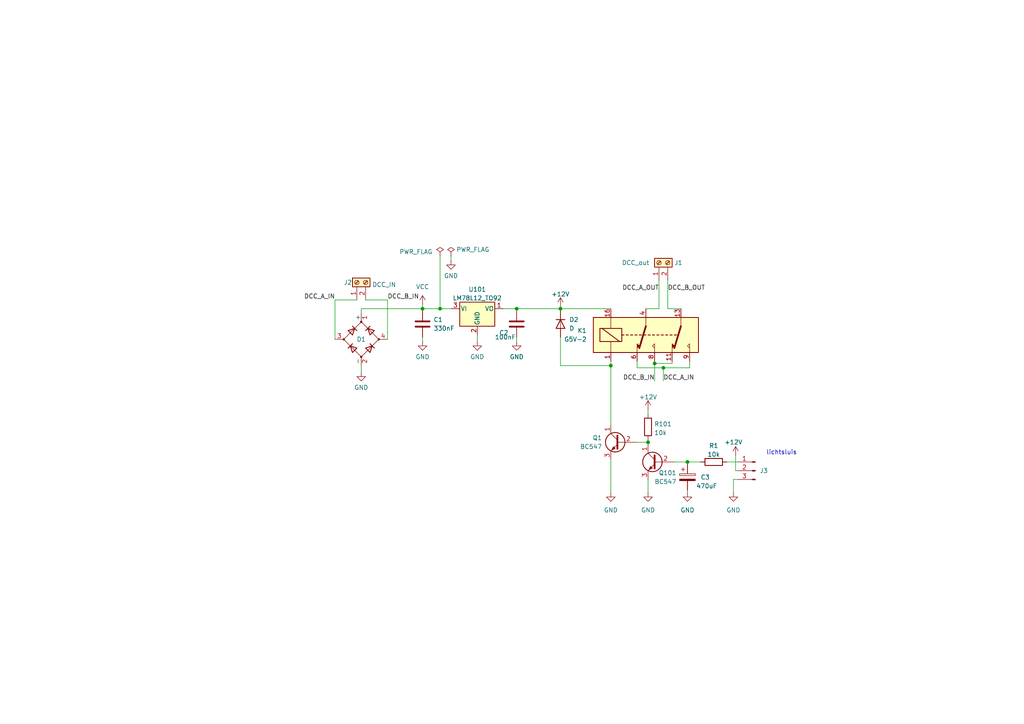
<source format=kicad_sch>
(kicad_sch (version 20230121) (generator eeschema)
  (paper "A4")
  (lib_symbols
    (symbol "Connector:Conn_01x03_Male" (pin_names (offset 1.016) hide)
      (property "Reference" "J" (at 0 5.08 0))
      (property "Value" "Conn_01x03_Male" (at 0 -5.08 0))
      (symbol "Conn_01x03_Male_1_1"
        (polyline (pts (xy 1.27 -2.54) (xy 0.8636 -2.54)) (stroke (width 0.1524)))
        (polyline (pts (xy 1.27 0) (xy 0.8636 0)) (stroke (width 0.1524)))
        (polyline (pts (xy 1.27 2.54) (xy 0.8636 2.54)) (stroke (width 0.1524)))
        (rectangle (start 0.8636 -2.413) (end 0 -2.667) (stroke (width 0.1524)) (fill (type outline)))
        (rectangle (start 0.8636 0.127) (end 0 -0.127) (stroke (width 0.1524)) (fill (type outline)))
        (rectangle (start 0.8636 2.667) (end 0 2.413) (stroke (width 0.1524)) (fill (type outline)))
        (pin passive line (at 5.08 2.54 180) (length 3.81) (name "Pin_1") (number "1"))
        (pin passive line (at 5.08 0 180) (length 3.81) (name "Pin_2") (number "2"))
        (pin passive line (at 5.08 -2.54 180) (length 3.81) (name "Pin_3") (number "3"))
      )
    )
    (symbol "Connector:Screw_Terminal_01x02" (pin_names (offset 1.016) hide)
      (property "Reference" "J" (at 0 2.54 0))
      (property "Value" "Screw_Terminal_01x02" (at 0 -5.08 0))
      (symbol "Screw_Terminal_01x02_1_1"
        (rectangle (start -1.27 1.27) (end 1.27 -3.81) (stroke (width 0.254)) (fill (type background)))
        (circle (center 0 -2.54) (radius 0.635) (stroke (width 0.1524)))
        (polyline (pts (xy -0.5334 -2.2098) (xy 0.3302 -3.048)) (stroke (width 0.1524)))
        (polyline (pts (xy -0.5334 0.3302) (xy 0.3302 -0.508)) (stroke (width 0.1524)))
        (polyline (pts (xy -0.3556 -2.032) (xy 0.508 -2.8702)) (stroke (width 0.1524)))
        (polyline (pts (xy -0.3556 0.508) (xy 0.508 -0.3302)) (stroke (width 0.1524)))
        (circle (center 0 0) (radius 0.635) (stroke (width 0.1524)))
        (pin passive line (at -5.08 0 0) (length 3.81) (name "Pin_1") (number "1"))
        (pin passive line (at -5.08 -2.54 0) (length 3.81) (name "Pin_2") (number "2"))
      )
    )
    (symbol "Device:C" (pin_numbers hide) (pin_names (offset 0.254))
      (property "Reference" "C" (at 0.635 2.54 0))
      (property "Value" "C" (at 0.635 -2.54 0))
      (symbol "C_0_1"
        (polyline (pts (xy -2.032 -0.762) (xy 2.032 -0.762)) (stroke (width 0.508)))
        (polyline (pts (xy -2.032 0.762) (xy 2.032 0.762)) (stroke (width 0.508)))
      )
      (symbol "C_1_1"
        (pin passive line (at 0 3.81 270) (length 2.794) (name "~") (number "1"))
        (pin passive line (at 0 -3.81 90) (length 2.794) (name "~") (number "2"))
      )
    )
    (symbol "Device:C_Polarized" (pin_numbers hide) (pin_names (offset 0.254))
      (property "Reference" "C" (at 0.635 2.54 0))
      (property "Value" "C_Polarized" (at 0.635 -2.54 0))
      (symbol "C_Polarized_0_1"
        (rectangle (start -2.286 0.508) (end 2.286 1.016))
        (polyline (pts (xy -1.778 2.286) (xy -0.762 2.286)))
        (polyline (pts (xy -1.27 2.794) (xy -1.27 1.778)))
        (rectangle (start 2.286 -0.508) (end -2.286 -1.016) (fill (type outline)))
      )
      (symbol "C_Polarized_1_1"
        (pin passive line (at 0 3.81 270) (length 2.794) (name "~") (number "1"))
        (pin passive line (at 0 -3.81 90) (length 2.794) (name "~") (number "2"))
      )
    )
    (symbol "Device:D" (pin_numbers hide) (pin_names (offset 1.016) hide)
      (property "Reference" "D" (at 0 2.54 0))
      (property "Value" "D" (at 0 -2.54 0))
      (symbol "D_0_1"
        (polyline (pts (xy -1.27 1.27) (xy -1.27 -1.27)) (stroke (width 0.254)))
        (polyline (pts (xy 1.27 0) (xy -1.27 0)))
        (polyline (pts (xy 1.27 1.27) (xy 1.27 -1.27) (xy -1.27 0) (xy 1.27 1.27)) (stroke (width 0.254)))
      )
      (symbol "D_1_1"
        (pin passive line (at -3.81 0 0) (length 2.54) (name "K") (number "1"))
        (pin passive line (at 3.81 0 180) (length 2.54) (name "A") (number "2"))
      )
    )
    (symbol "Device:D_Bridge_+-AA" (pin_names (offset 0))
      (property "Reference" "D" (at 2.54 6.985 0))
      (property "Value" "D_Bridge_+-AA" (at 2.54 5.08 0))
      (symbol "D_Bridge_+-AA_0_1"
        (circle (center -5.08 0) (radius 0.254) (fill (type outline)))
        (circle (center 0 -5.08) (radius 0.254) (fill (type outline)))
        (polyline (pts (xy -2.54 3.81) (xy -1.27 2.54)) (stroke (width 0.254)))
        (polyline (pts (xy -1.27 -2.54) (xy -2.54 -3.81)) (stroke (width 0.254)))
        (polyline (pts (xy 2.54 -1.27) (xy 3.81 -2.54)) (stroke (width 0.254)))
        (polyline (pts (xy 2.54 1.27) (xy 3.81 2.54)) (stroke (width 0.254)))
        (polyline (pts (xy -3.81 2.54) (xy -2.54 1.27) (xy -1.905 3.175) (xy -3.81 2.54)) (stroke (width 0.254)))
        (polyline (pts (xy -2.54 -1.27) (xy -3.81 -2.54) (xy -1.905 -3.175) (xy -2.54 -1.27)) (stroke (width 0.254)))
        (polyline (pts (xy 1.27 2.54) (xy 2.54 3.81) (xy 3.175 1.905) (xy 1.27 2.54)) (stroke (width 0.254)))
        (polyline (pts (xy 3.175 -1.905) (xy 1.27 -2.54) (xy 2.54 -3.81) (xy 3.175 -1.905)) (stroke (width 0.254)))
        (polyline (pts (xy -5.08 0) (xy 0 -5.08) (xy 5.08 0) (xy 0 5.08) (xy -5.08 0)))
        (circle (center 0 5.08) (radius 0.254) (fill (type outline)))
        (circle (center 5.08 0) (radius 0.254) (fill (type outline)))
      )
      (symbol "D_Bridge_+-AA_1_1"
        (pin passive line (at 7.62 0 180) (length 2.54) (name "+") (number "1"))
        (pin passive line (at -7.62 0 0) (length 2.54) (name "-") (number "2"))
        (pin passive line (at 0 7.62 270) (length 2.54) (name "~") (number "3"))
        (pin passive line (at 0 -7.62 90) (length 2.54) (name "~") (number "4"))
      )
    )
    (symbol "Device:R" (pin_numbers hide) (pin_names (offset 0))
      (property "Reference" "R" (at 2.032 0 90))
      (property "Value" "R" (at 0 0 90))
      (symbol "R_0_1"
        (rectangle (start -1.016 -2.54) (end 1.016 2.54) (stroke (width 0.254)))
      )
      (symbol "R_1_1"
        (pin passive line (at 0 3.81 270) (length 1.27) (name "~") (number "1"))
        (pin passive line (at 0 -3.81 90) (length 1.27) (name "~") (number "2"))
      )
    )
    (symbol "Regulator_Linear:LM78L12_TO92" (pin_names (offset 0.254))
      (property "Reference" "U" (at -3.81 3.175 0))
      (property "Value" "LM78L12_TO92" (at 0 3.175 0))
      (symbol "LM78L12_TO92_0_1"
        (rectangle (start -5.08 -5.08) (end 5.08 1.905) (stroke (width 0.254)) (fill (type background)))
      )
      (symbol "LM78L12_TO92_1_1"
        (pin power_out line (at 7.62 0 180) (length 2.54) (name "VO") (number "1"))
        (pin power_in line (at 0 -7.62 90) (length 2.54) (name "GND") (number "2"))
        (pin power_in line (at -7.62 0 0) (length 2.54) (name "VI") (number "3"))
      )
    )
    (symbol "Relay:G5V-2"
      (property "Reference" "K" (at 16.51 3.81 0))
      (property "Value" "G5V-2" (at 16.51 1.27 0))
      (symbol "G5V-2_0_1"
        (rectangle (start -15.24 5.08) (end 15.24 -5.08) (stroke (width 0.254)) (fill (type background)))
        (rectangle (start -13.335 1.905) (end -6.985 -1.905) (stroke (width 0.254)))
        (polyline (pts (xy -12.7 -1.905) (xy -7.62 1.905)) (stroke (width 0.254)))
        (polyline (pts (xy -10.16 -5.08) (xy -10.16 -1.905)))
        (polyline (pts (xy -10.16 5.08) (xy -10.16 1.905)))
        (polyline (pts (xy -6.985 0) (xy -6.35 0)) (stroke (width 0.254)))
        (polyline (pts (xy -5.715 0) (xy -5.08 0)) (stroke (width 0.254)))
        (polyline (pts (xy -4.445 0) (xy -3.81 0)) (stroke (width 0.254)))
        (polyline (pts (xy -3.175 0) (xy -2.54 0)) (stroke (width 0.254)))
        (polyline (pts (xy -1.905 0) (xy -1.27 0)) (stroke (width 0.254)))
        (polyline (pts (xy -0.635 0) (xy 0 0)) (stroke (width 0.254)))
        (polyline (pts (xy 0 -2.54) (xy -1.905 3.81)) (stroke (width 0.508)))
        (polyline (pts (xy 0 -2.54) (xy 0 -5.08)))
        (polyline (pts (xy 0.635 0) (xy 1.27 0)) (stroke (width 0.254)))
        (polyline (pts (xy 1.905 0) (xy 2.54 0)) (stroke (width 0.254)))
        (polyline (pts (xy 3.175 0) (xy 3.81 0)) (stroke (width 0.254)))
        (polyline (pts (xy 4.445 0) (xy 5.08 0)) (stroke (width 0.254)))
        (polyline (pts (xy 5.715 0) (xy 6.35 0)) (stroke (width 0.254)))
        (polyline (pts (xy 6.985 0) (xy 7.62 0)) (stroke (width 0.254)))
        (polyline (pts (xy 8.255 0) (xy 8.89 0)) (stroke (width 0.254)))
        (polyline (pts (xy 10.16 -2.54) (xy 8.255 3.81)) (stroke (width 0.508)))
        (polyline (pts (xy 10.16 -2.54) (xy 10.16 -5.08)))
        (polyline (pts (xy -2.54 5.08) (xy -2.54 2.54) (xy -1.905 3.175) (xy -2.54 3.81)) (fill (type outline)))
        (polyline (pts (xy 2.54 5.08) (xy 2.54 2.54) (xy 1.905 3.175) (xy 2.54 3.81)))
        (polyline (pts (xy 7.62 5.08) (xy 7.62 2.54) (xy 8.255 3.175) (xy 7.62 3.81)) (fill (type outline)))
        (polyline (pts (xy 12.7 5.08) (xy 12.7 2.54) (xy 12.065 3.175) (xy 12.7 3.81)))
      )
      (symbol "G5V-2_1_1"
        (pin passive line (at -10.16 7.62 270) (length 2.54) (name "~") (number "1"))
        (pin passive line (at 7.62 7.62 270) (length 2.54) (name "~") (number "11"))
        (pin passive line (at 10.16 -7.62 90) (length 2.54) (name "~") (number "13"))
        (pin passive line (at -10.16 -7.62 90) (length 2.54) (name "~") (number "16"))
        (pin passive line (at 0 -7.62 90) (length 2.54) (name "~") (number "4"))
        (pin passive line (at -2.54 7.62 270) (length 2.54) (name "~") (number "6"))
        (pin passive line (at 2.54 7.62 270) (length 2.54) (name "~") (number "8"))
        (pin passive line (at 12.7 7.62 270) (length 2.54) (name "~") (number "9"))
      )
    )
    (symbol "Transistor_BJT:BC547" (pin_names (offset 0) hide)
      (property "Reference" "Q" (at 5.08 1.905 0))
      (property "Value" "BC547" (at 5.08 0 0))
      (symbol "BC547_0_1"
        (polyline (pts (xy 0 0) (xy 0.635 0)))
        (polyline (pts (xy 0.635 0.635) (xy 2.54 2.54)))
        (polyline (pts (xy 0.635 -0.635) (xy 2.54 -2.54) (xy 2.54 -2.54)))
        (polyline (pts (xy 0.635 1.905) (xy 0.635 -1.905) (xy 0.635 -1.905)) (stroke (width 0.508)))
        (polyline (pts (xy 1.27 -1.778) (xy 1.778 -1.27) (xy 2.286 -2.286) (xy 1.27 -1.778) (xy 1.27 -1.778)) (fill (type outline)))
        (circle (center 1.27 0) (radius 2.8194) (stroke (width 0.254)))
      )
      (symbol "BC547_1_1"
        (pin passive line (at 2.54 5.08 270) (length 2.54) (name "C") (number "1"))
        (pin input line (at -5.08 0 0) (length 5.08) (name "B") (number "2"))
        (pin passive line (at 2.54 -5.08 90) (length 2.54) (name "E") (number "3"))
      )
    )
    (symbol "power:+12V" (power) (pin_names (offset 0))
      (property "Value" "+12V" (at 0 3.556 0))
      (symbol "+12V_0_1"
        (polyline (pts (xy -0.762 1.27) (xy 0 2.54)))
        (polyline (pts (xy 0 0) (xy 0 2.54)))
        (polyline (pts (xy 0 2.54) (xy 0.762 1.27)))
      )
      (symbol "+12V_1_1"
        (pin power_in line (at 0 0 90) (length 0) hide (name "+12V") (number "1"))
      )
    )
    (symbol "power:GND" (power) (pin_names (offset 0))
      (property "Value" "GND" (at 0 -3.81 0))
      (symbol "GND_0_1"
        (polyline (pts (xy 0 0) (xy 0 -1.27) (xy 1.27 -1.27) (xy 0 -2.54) (xy -1.27 -1.27) (xy 0 -1.27)))
      )
      (symbol "GND_1_1"
        (pin power_in line (at 0 0 270) (length 0) hide (name "GND") (number "1"))
      )
    )
    (symbol "power:PWR_FLAG" (power) (pin_numbers hide) (pin_names (offset 0) hide)
      (property "Value" "PWR_FLAG" (at 0 3.81 0))
      (symbol "PWR_FLAG_0_0"
        (pin power_out line (at 0 0 90) (length 0) (name "pwr") (number "1"))
      )
      (symbol "PWR_FLAG_0_1"
        (polyline (pts (xy 0 0) (xy 0 1.27) (xy -1.016 1.905) (xy 0 2.54) (xy 1.016 1.905) (xy 0 1.27)))
      )
    )
    (symbol "power:VCC" (power) (pin_names (offset 0))
      (property "Value" "VCC" (at 0 3.81 0))
      (symbol "VCC_0_1"
        (polyline (pts (xy -0.762 1.27) (xy 0 2.54)))
        (polyline (pts (xy 0 0) (xy 0 2.54)))
        (polyline (pts (xy 0 2.54) (xy 0.762 1.27)))
      )
      (symbol "VCC_1_1"
        (pin power_in line (at 0 0 90) (length 0) hide (name "VCC") (number "1"))
      )
    )
  )
  (junction (at 122.555 89.535))
  (junction (at 127.635 89.535))
  (junction (at 162.56 89.535))
  (junction (at 177.165 106.045))
  (junction (at 187.96 128.27))
  (junction (at 192.405 106.68))
  (junction (at 199.39 133.985))
  (junction (at 149.86 89.535))
  (junction (at 189.865 105.41))
  (wire (pts (xy 112.395 86.995) (xy 112.395 98.425)))
  (wire (pts (xy 187.96 127.635) (xy 187.96 128.27)))
  (wire (pts (xy 162.56 89.535) (xy 177.165 89.535)))
  (wire (pts (xy 162.56 90.17) (xy 162.56 89.535)))
  (wire (pts (xy 122.555 88.265) (xy 122.555 89.535)))
  (wire (pts (xy 177.165 133.35) (xy 177.165 142.875)))
  (wire (pts (xy 210.82 133.985) (xy 213.995 133.985)))
  (wire (pts (xy 106.045 86.995) (xy 112.395 86.995)))
  (wire (pts (xy 189.865 105.41) (xy 194.945 105.41)))
  (wire (pts (xy 177.165 104.775) (xy 177.165 106.045)))
  (wire (pts (xy 203.2 133.985) (xy 199.39 133.985)))
  (wire (pts (xy 212.725 139.065) (xy 213.995 139.065)))
  (wire (pts (xy 189.865 105.41) (xy 189.865 110.49)))
  (wire (pts (xy 194.945 104.775) (xy 194.945 105.41)))
  (wire (pts (xy 184.785 106.68) (xy 184.785 104.775)))
  (wire (pts (xy 177.165 106.045) (xy 177.165 123.19)))
  (wire (pts (xy 187.325 89.535) (xy 191.135 89.535)))
  (wire (pts (xy 189.865 104.775) (xy 189.865 105.41)))
  (wire (pts (xy 162.56 106.045) (xy 177.165 106.045)))
  (wire (pts (xy 200.025 104.775) (xy 200.025 106.68)))
  (wire (pts (xy 192.405 106.68) (xy 192.405 110.49)))
  (wire (pts (xy 130.81 74.295) (xy 130.81 75.565)))
  (wire (pts (xy 213.36 136.525) (xy 213.995 136.525)))
  (wire (pts (xy 122.555 90.17) (xy 122.555 89.535)))
  (wire (pts (xy 199.39 133.985) (xy 195.58 133.985)))
  (wire (pts (xy 187.96 142.875) (xy 187.96 139.065)))
  (wire (pts (xy 162.56 97.79) (xy 162.56 106.045)))
  (wire (pts (xy 138.43 97.155) (xy 138.43 99.06)))
  (wire (pts (xy 127.635 74.295) (xy 127.635 89.535)))
  (wire (pts (xy 104.775 106.045) (xy 104.775 107.95)))
  (wire (pts (xy 149.86 97.79) (xy 149.86 99.06)))
  (wire (pts (xy 187.96 118.745) (xy 187.96 120.015)))
  (wire (pts (xy 103.505 86.995) (xy 97.155 86.995)))
  (wire (pts (xy 192.405 106.68) (xy 184.785 106.68)))
  (wire (pts (xy 199.39 142.24) (xy 199.39 142.875)))
  (wire (pts (xy 193.675 89.535) (xy 197.485 89.535)))
  (wire (pts (xy 97.155 86.995) (xy 97.155 98.425)))
  (wire (pts (xy 146.05 89.535) (xy 149.86 89.535)))
  (wire (pts (xy 191.135 81.28) (xy 191.135 89.535)))
  (wire (pts (xy 104.775 89.535) (xy 104.775 90.805)))
  (wire (pts (xy 122.555 89.535) (xy 127.635 89.535)))
  (wire (pts (xy 187.96 128.27) (xy 187.96 128.905)))
  (wire (pts (xy 162.56 88.9) (xy 162.56 89.535)))
  (wire (pts (xy 199.39 133.985) (xy 199.39 134.62)))
  (wire (pts (xy 212.725 139.065) (xy 212.725 142.875)))
  (wire (pts (xy 193.675 81.28) (xy 193.675 89.535)))
  (wire (pts (xy 200.025 106.68) (xy 192.405 106.68)))
  (wire (pts (xy 184.785 128.27) (xy 187.96 128.27)))
  (wire (pts (xy 122.555 97.79) (xy 122.555 99.06)))
  (wire (pts (xy 127.635 89.535) (xy 130.81 89.535)))
  (wire (pts (xy 149.86 89.535) (xy 162.56 89.535)))
  (wire (pts (xy 213.36 132.08) (xy 213.36 136.525)))
  (wire (pts (xy 104.775 89.535) (xy 122.555 89.535)))
  (wire (pts (xy 149.86 90.17) (xy 149.86 89.535)))
  (text "lichtsluis" (at 222.25 132.08 0) (effects (font (size 1.27 1.27)) (justify left bottom)))
  (label "DCC_B_IN" (at 189.865 110.49 180))
  (label "DCC_B_OUT" (at 193.675 84.455 0))
  (label "DCC_A_IN" (at 192.405 110.49 0))
  (label "DCC_A_IN" (at 97.155 86.995 180))
  (label "DCC_B_IN" (at 112.395 86.995 0))
  (label "DCC_A_OUT" (at 191.135 84.455 180))
  (symbol (lib_id "Regulator_Linear:LM78L12_TO92") (at 138.43 89.535 0) (unit 1)
    (property "Reference" "U101" (at 138.43 83.9302 0))
    (property "Value" "LM78L12_TO92" (at 138.43 86.4671 0))
    (property "Footprint" "Package_TO_SOT_THT:TO-92_Inline_Wide" (effects hide))
    (property "Datasheet" "https://www.onsemi.com/pub/Collateral/MC78L06A-D.pdf" (effects hide))
  )
  (symbol (lib_id "power:GND") (at 122.555 99.06 0) (unit 1)
    (property "Reference" "#PWR0109" (effects hide))
    (property "Value" "GND" (at 122.555 103.505 0))
  )
  (symbol (lib_id "power:PWR_FLAG") (at 127.635 74.295 0) (unit 1)
    (property "Reference" "#FLG0101" (effects hide))
    (property "Value" "PWR_FLAG" (at 120.65 73.025 0))
  )
  (symbol (lib_id "power:GND") (at 177.165 142.875 0) (unit 1)
    (property "Reference" "#PWR0101" (effects hide))
    (property "Value" "GND" (at 177.165 147.955 0))
  )
  (symbol (lib_id "power:GND") (at 187.96 142.875 0) (unit 1)
    (property "Reference" "#PWR0104" (effects hide))
    (property "Value" "GND" (at 187.96 147.955 0))
  )
  (symbol (lib_id "power:+12V") (at 162.56 88.9 0) (unit 1)
    (property "Reference" "#PWR0113" (effects hide))
    (property "Value" "+12V" (at 162.56 85.3242 0))
  )
  (symbol (lib_id "power:+12V") (at 213.36 132.08 0) (unit 1)
    (property "Reference" "#PWR0103" (effects hide))
    (property "Value" "+12V" (at 212.725 128.27 0))
  )
  (symbol (lib_id "Device:C") (at 122.555 93.98 0) (unit 1)
    (property "Reference" "C1" (at 125.73 92.7099 0) (effects (justify left)))
    (property "Value" "330nF" (at 125.73 95.2499 0) (effects (justify left)))
    (property "Footprint" "Capacitor_THT:C_Disc_D3.0mm_W2.0mm_P2.50mm" (effects hide))
  )
  (symbol (lib_id "Device:R") (at 187.96 123.825 180) (unit 1)
    (property "Reference" "R101" (at 189.738 122.9903 0) (effects (justify right)))
    (property "Value" "10k" (at 189.738 125.5272 0) (effects (justify right)))
    (property "Footprint" "Resistor_THT:R_Axial_DIN0207_L6.3mm_D2.5mm_P7.62mm_Horizontal" (effects hide))
  )
  (symbol (lib_id "power:GND") (at 138.43 99.06 0) (unit 1)
    (property "Reference" "#PWR0107" (effects hide))
    (property "Value" "GND" (at 138.43 103.505 0))
  )
  (symbol (lib_id "power:GND") (at 149.86 99.06 0) (unit 1)
    (property "Reference" "#PWR0106" (effects hide))
    (property "Value" "GND" (at 149.86 103.505 0))
  )
  (symbol (lib_id "Relay:G5V-2") (at 187.325 97.155 0) (mirror x) (unit 1)
    (property "Reference" "K1" (at 170.18 95.8849 0) (effects (justify right)))
    (property "Value" "G5V-2" (at 170.18 98.4249 0) (effects (justify right)))
    (property "Footprint" "Relay_THT:Relay_DPDT_Omron_G5V-2" (effects hide))
    (property "Datasheet" "http://omronfs.omron.com/en_US/ecb/products/pdf/en-g5v_2.pdf" (effects hide))
  )
  (symbol (lib_id "Device:C") (at 149.86 93.98 0) (unit 1)
    (property "Reference" "C2" (at 144.78 96.52 0) (effects (justify left)))
    (property "Value" "100nF" (at 143.51 97.79 0) (effects (justify left)))
    (property "Footprint" "Capacitor_THT:C_Disc_D3.0mm_W2.0mm_P2.50mm" (effects hide))
  )
  (symbol (lib_id "power:PWR_FLAG") (at 130.81 74.295 0) (unit 1)
    (property "Reference" "#FLG0102" (effects hide))
    (property "Value" "PWR_FLAG" (at 137.16 72.39 0))
  )
  (symbol (lib_id "Device:D") (at 162.56 93.98 270) (unit 1)
    (property "Reference" "D2" (at 165.1 92.7099 90) (effects (justify left)))
    (property "Value" "D" (at 165.1 95.2499 90) (effects (justify left)))
    (property "Footprint" "Diode_THT:D_DO-34_SOD68_P7.62mm_Horizontal" (effects hide))
  )
  (symbol (lib_id "Transistor_BJT:BC547") (at 190.5 133.985 0) (mirror y) (unit 1)
    (property "Reference" "Q101" (at 196.215 137.16 0) (effects (justify left)))
    (property "Value" "BC547" (at 196.215 139.7 0) (effects (justify left)))
    (property "Footprint" "Package_TO_SOT_THT:TO-92_Inline_Wide" (effects hide))
    (property "Datasheet" "https://www.onsemi.com/pub/Collateral/BC550-D.pdf" (effects hide))
  )
  (symbol (lib_id "Connector:Conn_01x03_Male") (at 219.075 136.525 0) (mirror y) (unit 1)
    (property "Reference" "J3" (at 220.345 136.5249 0) (effects (justify right)))
    (property "Value" "Conn_01x03_Male" (effects hide))
    (property "Footprint" "Connector_PinHeader_2.54mm:PinHeader_1x03_P2.54mm_Horizontal" (effects hide))
  )
  (symbol (lib_id "Device:C_Polarized") (at 199.39 138.43 0) (unit 1)
    (property "Reference" "C3" (at 203.2 138.43 0) (effects (justify left)))
    (property "Value" "470uF" (at 201.93 140.97 0) (effects (justify left)))
    (property "Footprint" "Capacitor_THT:CP_Radial_D8.0mm_P3.50mm" (effects hide))
  )
  (symbol (lib_id "power:GND") (at 212.725 142.875 0) (unit 1)
    (property "Reference" "#PWR0102" (effects hide))
    (property "Value" "GND" (at 212.725 147.955 0))
  )
  (symbol (lib_id "Connector:Screw_Terminal_01x02") (at 191.135 76.2 90) (unit 1)
    (property "Reference" "J1" (at 195.58 76.2 90) (effects (justify right)))
    (property "Value" "DCC_out" (at 180.34 76.2 90) (effects (justify right)))
    (property "Footprint" "TerminalBlock_Phoenix:TerminalBlock_Phoenix_MKDS-1,5-2-5.08_1x02_P5.08mm_Horizontal" (effects hide))
  )
  (symbol (lib_id "power:+12V") (at 187.96 118.745 0) (unit 1)
    (property "Reference" "#PWR0112" (effects hide))
    (property "Value" "+12V" (at 187.96 115.1692 0))
  )
  (symbol (lib_id "Device:D_Bridge_+-AA") (at 104.775 98.425 90) (unit 1)
    (property "Reference" "D1" (at 104.775 98.425 90))
    (property "Value" "D_Bridge_+-AA" (effects hide))
    (property "Footprint" "Diode_THT:Diode_Bridge_DIP-4_W7.62mm_P5.08mm" (effects hide))
  )
  (symbol (lib_id "power:VCC") (at 122.555 88.265 0) (unit 1)
    (property "Reference" "#PWR0108" (effects hide))
    (property "Value" "VCC" (at 122.555 83.185 0))
  )
  (symbol (lib_id "power:GND") (at 104.775 107.95 0) (unit 1)
    (property "Reference" "#PWR0105" (effects hide))
    (property "Value" "GND" (at 104.775 112.395 0))
  )
  (symbol (lib_id "Device:R") (at 207.01 133.985 90) (unit 1)
    (property "Reference" "R1" (at 207.01 129.2692 90))
    (property "Value" "10k" (at 207.01 131.8061 90))
    (property "Footprint" "Resistor_THT:R_Axial_DIN0207_L6.3mm_D2.5mm_P7.62mm_Horizontal" (effects hide))
  )
  (symbol (lib_id "power:GND") (at 130.81 75.565 0) (unit 1)
    (property "Reference" "#PWR0110" (effects hide))
    (property "Value" "GND" (at 130.81 80.01 0))
  )
  (symbol (lib_id "Transistor_BJT:BC547") (at 179.705 128.27 0) (mirror y) (unit 1)
    (property "Reference" "Q1" (at 174.625 126.9999 0) (effects (justify left)))
    (property "Value" "BC547" (at 174.625 129.5399 0) (effects (justify left)))
    (property "Footprint" "Package_TO_SOT_THT:TO-92_Inline_Wide" (effects hide))
    (property "Datasheet" "https://www.onsemi.com/pub/Collateral/BC550-D.pdf" (effects hide))
  )
  (symbol (lib_id "power:GND") (at 199.39 142.875 0) (unit 1)
    (property "Reference" "#PWR0111" (effects hide))
    (property "Value" "GND" (at 199.39 147.955 0))
  )
  (symbol (lib_id "Connector:Screw_Terminal_01x02") (at 103.505 81.915 90) (unit 1)
    (property "Reference" "J2" (at 99.695 81.915 90) (effects (justify right)))
    (property "Value" "DCC_IN" (at 107.95 82.55 90) (effects (justify right)))
    (property "Footprint" "TerminalBlock_Phoenix:TerminalBlock_Phoenix_MKDS-1,5-2-5.08_1x02_P5.08mm_Horizontal" (effects hide))
  )
)
</source>
